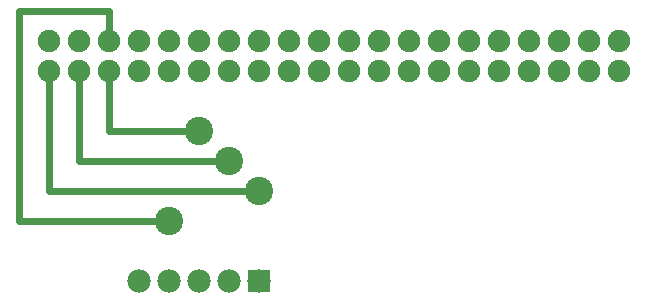
<source format=gbl>
G04 MADE WITH FRITZING*
G04 WWW.FRITZING.ORG*
G04 DOUBLE SIDED*
G04 HOLES PLATED*
G04 CONTOUR ON CENTER OF CONTOUR VECTOR*
%ASAXBY*%
%FSLAX23Y23*%
%MOIN*%
%OFA0B0*%
%SFA1.0B1.0*%
%ADD10C,0.075361*%
%ADD11C,0.078000*%
%ADD12C,0.094488*%
%ADD13R,0.078000X0.078000*%
%ADD14C,0.024000*%
%LNCOPPER0*%
G90*
G70*
G54D10*
X190Y842D03*
X290Y842D03*
X390Y842D03*
X490Y842D03*
X590Y842D03*
X690Y842D03*
X790Y842D03*
X890Y842D03*
X990Y842D03*
X1090Y842D03*
X1190Y842D03*
X1290Y842D03*
X1390Y842D03*
X1490Y842D03*
X1590Y842D03*
X1690Y842D03*
X1790Y842D03*
X1890Y842D03*
X1990Y842D03*
X2090Y842D03*
X2090Y942D03*
X1990Y942D03*
X1890Y942D03*
X1790Y942D03*
X1690Y942D03*
X1590Y942D03*
X1490Y942D03*
X1390Y942D03*
X1290Y942D03*
X1190Y942D03*
X1090Y942D03*
X990Y942D03*
X890Y942D03*
X790Y942D03*
X690Y942D03*
X590Y942D03*
X490Y942D03*
X390Y942D03*
X290Y942D03*
X190Y942D03*
G54D11*
X890Y142D03*
X790Y142D03*
X690Y142D03*
X590Y142D03*
X490Y142D03*
G54D12*
X890Y442D03*
X790Y542D03*
X690Y642D03*
X590Y342D03*
G54D13*
X890Y142D03*
G54D14*
X863Y442D02*
X190Y442D01*
D02*
X190Y442D02*
X190Y811D01*
D02*
X763Y542D02*
X288Y544D01*
D02*
X288Y544D02*
X290Y811D01*
D02*
X390Y642D02*
X390Y811D01*
D02*
X663Y642D02*
X390Y642D01*
D02*
X89Y1043D02*
X390Y1043D01*
D02*
X563Y342D02*
X89Y341D01*
D02*
X89Y341D02*
X89Y1043D01*
D02*
X390Y1043D02*
X390Y973D01*
G04 End of Copper0*
M02*
</source>
